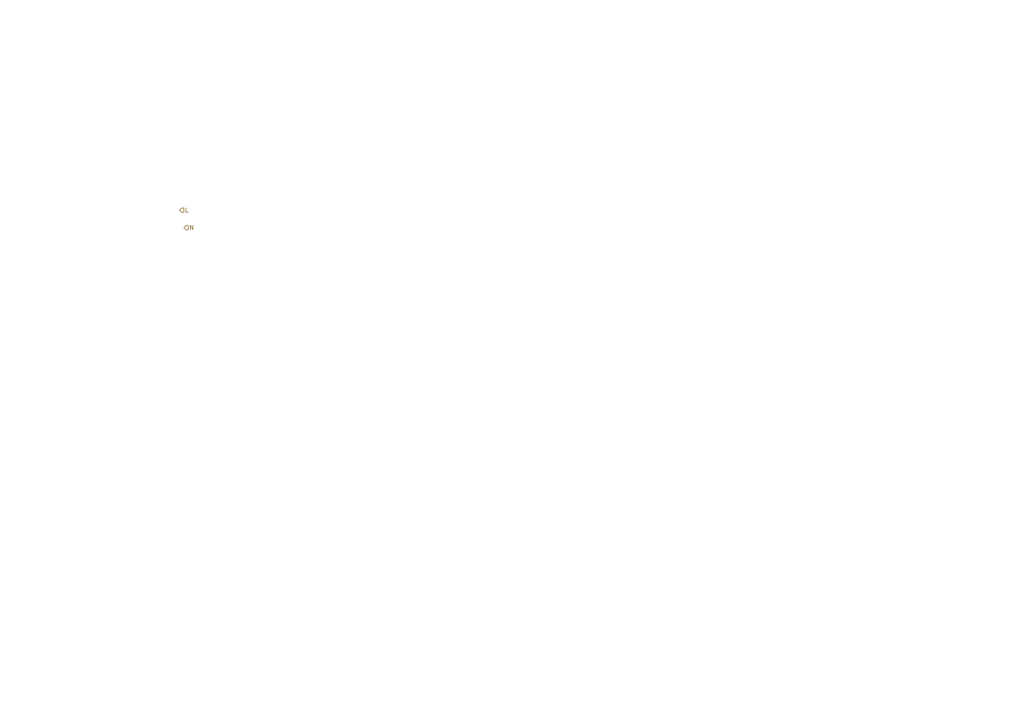
<source format=kicad_sch>
(kicad_sch
	(version 20250114)
	(generator "eeschema")
	(generator_version "9.0")
	(uuid "4cc3ecd9-1953-4e0b-8679-6084b70d8037")
	(paper "A4")
	(lib_symbols)
	(hierarchical_label "N"
		(shape input)
		(at 53.34 66.04 0)
		(effects
			(font
				(size 1.27 1.27)
			)
			(justify left)
		)
		(uuid "0ed2f87c-9030-4859-9b68-a44de14bf85a")
	)
	(hierarchical_label "L"
		(shape input)
		(at 52.07 60.96 0)
		(effects
			(font
				(size 1.27 1.27)
			)
			(justify left)
		)
		(uuid "54563c2c-9d76-4f58-98c1-99ff60275b7b")
	)
)

</source>
